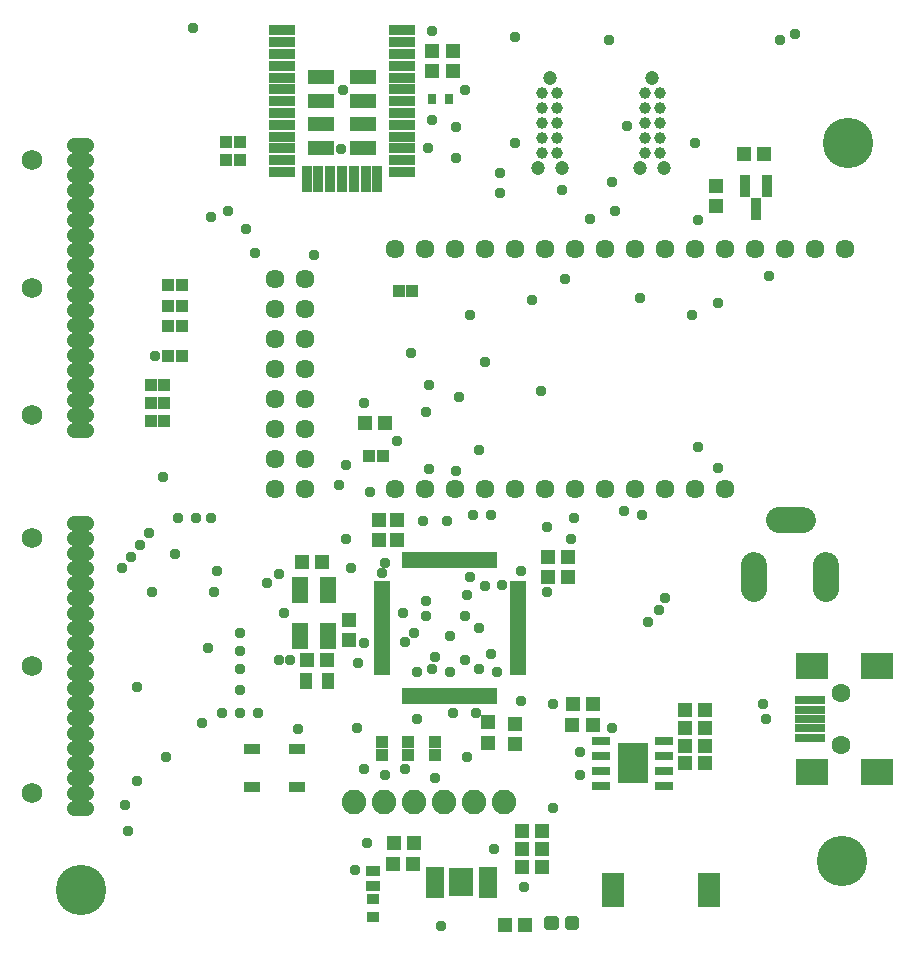
<source format=gbr>
G04 EAGLE Gerber RS-274X export*
G75*
%MOMM*%
%FSLAX34Y34*%
%LPD*%
%INSoldermask Top*%
%IPPOS*%
%AMOC8*
5,1,8,0,0,1.08239X$1,22.5*%
G01*
%ADD10C,4.267200*%
%ADD11C,2.203200*%
%ADD12C,0.505344*%
%ADD13R,1.905000X2.895600*%
%ADD14R,1.303200X1.203200*%
%ADD15C,2.082800*%
%ADD16R,1.536700X0.635000*%
%ADD17R,2.057400X2.362200*%
%ADD18R,1.003197X0.958800*%
%ADD19R,1.143000X0.914400*%
%ADD20R,1.203200X1.303200*%
%ADD21R,1.003200X1.403200*%
%ADD22C,0.990200*%
%ADD23C,1.194200*%
%ADD24R,1.397000X2.209800*%
%ADD25R,1.103200X1.053200*%
%ADD26R,1.053200X1.103200*%
%ADD27C,1.611200*%
%ADD28R,0.812800X1.828800*%
%ADD29R,2.209800X0.914400*%
%ADD30R,0.914400X2.209800*%
%ADD31R,2.209800X1.193800*%
%ADD32R,0.655600X0.952400*%
%ADD33R,1.473200X0.838200*%
%ADD34C,1.270000*%
%ADD35C,1.727200*%
%ADD36R,1.397000X0.508000*%
%ADD37R,0.508000X1.397000*%
%ADD38R,2.514600X0.711200*%
%ADD39R,2.692400X2.209800*%
%ADD40C,1.600200*%
%ADD41R,1.574800X0.685800*%
%ADD42R,2.616200X3.403600*%
%ADD43C,0.959600*%

G36*
X897909Y321773D02*
X897909Y321773D01*
X897911Y321772D01*
X897954Y321792D01*
X897998Y321810D01*
X897998Y321812D01*
X898000Y321813D01*
X898033Y321898D01*
X898033Y341964D01*
X898032Y341966D01*
X898033Y341968D01*
X898013Y342011D01*
X897995Y342055D01*
X897993Y342055D01*
X897992Y342057D01*
X897907Y342090D01*
X885969Y342090D01*
X885967Y342089D01*
X885965Y342090D01*
X885922Y342070D01*
X885878Y342052D01*
X885878Y342050D01*
X885876Y342049D01*
X885843Y341964D01*
X885843Y321898D01*
X885844Y321896D01*
X885843Y321894D01*
X885863Y321851D01*
X885881Y321807D01*
X885883Y321807D01*
X885884Y321805D01*
X885969Y321772D01*
X897907Y321772D01*
X897909Y321773D01*
G37*
G36*
X874033Y321773D02*
X874033Y321773D01*
X874035Y321772D01*
X874078Y321792D01*
X874122Y321810D01*
X874122Y321812D01*
X874124Y321813D01*
X874157Y321898D01*
X874157Y341964D01*
X874156Y341966D01*
X874157Y341968D01*
X874137Y342011D01*
X874119Y342055D01*
X874117Y342055D01*
X874116Y342057D01*
X874031Y342090D01*
X862093Y342090D01*
X862091Y342089D01*
X862089Y342090D01*
X862046Y342070D01*
X862002Y342052D01*
X862002Y342050D01*
X862000Y342049D01*
X861967Y341964D01*
X861967Y321898D01*
X861968Y321896D01*
X861967Y321894D01*
X861987Y321851D01*
X862005Y321807D01*
X862007Y321807D01*
X862008Y321805D01*
X862093Y321772D01*
X874031Y321772D01*
X874033Y321773D01*
G37*
G36*
X897909Y282911D02*
X897909Y282911D01*
X897911Y282910D01*
X897954Y282930D01*
X897998Y282948D01*
X897998Y282950D01*
X898000Y282951D01*
X898033Y283036D01*
X898033Y303102D01*
X898032Y303104D01*
X898033Y303106D01*
X898013Y303149D01*
X897995Y303193D01*
X897993Y303193D01*
X897992Y303195D01*
X897907Y303228D01*
X885969Y303228D01*
X885967Y303227D01*
X885965Y303228D01*
X885922Y303208D01*
X885878Y303190D01*
X885878Y303188D01*
X885876Y303187D01*
X885843Y303102D01*
X885843Y283036D01*
X885844Y283034D01*
X885843Y283032D01*
X885863Y282989D01*
X885881Y282945D01*
X885883Y282945D01*
X885884Y282943D01*
X885969Y282910D01*
X897907Y282910D01*
X897909Y282911D01*
G37*
G36*
X874033Y282911D02*
X874033Y282911D01*
X874035Y282910D01*
X874078Y282930D01*
X874122Y282948D01*
X874122Y282950D01*
X874124Y282951D01*
X874157Y283036D01*
X874157Y303102D01*
X874156Y303104D01*
X874157Y303106D01*
X874137Y303149D01*
X874119Y303193D01*
X874117Y303193D01*
X874116Y303195D01*
X874031Y303228D01*
X862093Y303228D01*
X862091Y303227D01*
X862089Y303228D01*
X862046Y303208D01*
X862002Y303190D01*
X862002Y303188D01*
X862000Y303187D01*
X861967Y303102D01*
X861967Y283036D01*
X861968Y283034D01*
X861967Y283032D01*
X861987Y282989D01*
X862005Y282945D01*
X862007Y282945D01*
X862008Y282943D01*
X862093Y282910D01*
X874031Y282910D01*
X874033Y282911D01*
G37*
D10*
X1332500Y710000D03*
X1327500Y102500D03*
X682500Y77500D03*
D11*
X1252800Y332800D02*
X1252800Y352800D01*
X1313800Y352800D02*
X1313800Y332800D01*
X1293800Y390800D02*
X1273800Y390800D01*
D12*
X1095080Y52990D02*
X1095080Y46010D01*
X1095080Y52990D02*
X1102060Y52990D01*
X1102060Y46010D01*
X1095080Y46010D01*
X1095080Y50810D02*
X1102060Y50810D01*
X1077540Y52990D02*
X1077540Y46010D01*
X1077540Y52990D02*
X1084520Y52990D01*
X1084520Y46010D01*
X1077540Y46010D01*
X1077540Y50810D02*
X1084520Y50810D01*
D13*
X1133187Y77800D03*
X1214213Y77800D03*
D14*
X1211000Y185000D03*
X1194000Y185000D03*
X1099000Y235000D03*
X1116000Y235000D03*
X1098900Y217600D03*
X1115900Y217600D03*
X1058600Y48000D03*
X1041600Y48000D03*
D15*
X1041000Y152300D03*
X1015600Y152300D03*
X990200Y152300D03*
X964800Y152300D03*
X939400Y152300D03*
X914000Y152300D03*
D14*
X1194000Y230000D03*
X1211000Y230000D03*
X1194000Y215000D03*
X1211000Y215000D03*
X1194000Y200000D03*
X1211000Y200000D03*
D16*
X982739Y94150D03*
X982739Y87650D03*
X982739Y81150D03*
X982739Y74650D03*
X1027062Y74650D03*
X1027062Y81150D03*
X1027062Y87650D03*
X1027062Y94150D03*
D17*
X1004900Y84400D03*
D14*
X947000Y100100D03*
X964000Y100100D03*
X947600Y117600D03*
X964600Y117600D03*
X1056500Y97500D03*
X1073500Y97500D03*
X1056500Y112500D03*
X1073500Y112500D03*
X1056500Y127500D03*
X1073500Y127500D03*
D18*
X930000Y54722D03*
X930000Y70278D03*
D19*
X930000Y94231D03*
X930000Y80769D03*
D20*
X950000Y374000D03*
X950000Y391000D03*
D14*
X1078300Y342600D03*
X1095300Y342600D03*
D20*
X1050100Y218600D03*
X1050100Y201600D03*
X935000Y374000D03*
X935000Y391000D03*
X1027400Y219600D03*
X1027400Y202600D03*
D14*
X1095200Y360100D03*
X1078200Y360100D03*
D21*
X891500Y255000D03*
X873500Y255000D03*
D22*
X1160000Y752500D03*
X1160000Y739800D03*
X1160000Y727100D03*
X1160000Y714400D03*
X1160000Y701700D03*
X1172700Y701700D03*
X1172700Y714400D03*
X1172700Y727100D03*
X1172700Y739800D03*
X1172700Y752500D03*
D23*
X1176500Y689000D03*
X1156200Y689000D03*
X1166350Y765200D03*
D24*
X868062Y331931D03*
X868062Y293069D03*
X891938Y293069D03*
X891938Y331931D03*
D14*
X869700Y355300D03*
X886700Y355300D03*
X891000Y272500D03*
X874000Y272500D03*
D25*
X937500Y191700D03*
X937500Y203300D03*
X960000Y191700D03*
X960000Y203300D03*
X982500Y191700D03*
X982500Y203300D03*
D26*
X741700Y475000D03*
X753300Y475000D03*
X938300Y445000D03*
X926700Y445000D03*
X756700Y530000D03*
X768300Y530000D03*
X756700Y572500D03*
X768300Y572500D03*
X756700Y590000D03*
X768300Y590000D03*
X805600Y696200D03*
X817200Y696200D03*
X805600Y711400D03*
X817200Y711400D03*
X753300Y490000D03*
X741700Y490000D03*
X753300Y505000D03*
X741700Y505000D03*
X768300Y555000D03*
X756700Y555000D03*
D27*
X1330000Y620300D03*
X1304600Y620300D03*
X1279200Y620300D03*
X1253800Y620300D03*
X1228400Y620300D03*
X1203000Y620300D03*
X1177600Y620300D03*
X1152200Y620300D03*
X1126800Y620300D03*
X1101400Y620300D03*
X1076000Y620300D03*
X1050600Y620300D03*
X1025200Y620300D03*
X999800Y620300D03*
X974400Y620300D03*
X949000Y620300D03*
X949000Y417100D03*
X974400Y417100D03*
X999800Y417100D03*
X1025200Y417100D03*
X1050600Y417100D03*
X1076000Y417100D03*
X1101400Y417100D03*
X1126800Y417100D03*
X1152200Y417100D03*
X1177600Y417100D03*
X1203000Y417100D03*
X872800Y594900D03*
X872800Y569500D03*
X872800Y544100D03*
X872800Y518700D03*
X872800Y493300D03*
X872800Y467900D03*
X872800Y442500D03*
X872800Y417100D03*
X847400Y594900D03*
X847400Y569500D03*
X847400Y544100D03*
X847400Y518700D03*
X847400Y493300D03*
X847400Y467900D03*
X847400Y442500D03*
X847400Y417100D03*
X1228400Y417100D03*
D28*
X1263450Y674206D03*
X1245150Y674206D03*
X1254300Y654394D03*
D20*
X1220000Y673500D03*
X1220000Y656500D03*
D14*
X940100Y473500D03*
X923100Y473500D03*
X1244300Y701000D03*
X1261300Y701000D03*
D29*
X852800Y805600D03*
X852800Y795600D03*
X852800Y785600D03*
X852800Y775600D03*
X852800Y765600D03*
X852800Y755600D03*
X852800Y745600D03*
X852800Y735600D03*
X852800Y725600D03*
X852800Y715600D03*
X852800Y705600D03*
X852800Y695600D03*
X852800Y685600D03*
D30*
X873800Y680100D03*
X883800Y680100D03*
X893800Y680100D03*
X903800Y680100D03*
X913800Y680100D03*
X923800Y680100D03*
X933800Y680100D03*
D31*
X886299Y766069D03*
D29*
X954800Y685600D03*
X954800Y695600D03*
X954800Y705600D03*
X954800Y715600D03*
X954800Y725600D03*
X954800Y735600D03*
X954800Y745600D03*
X954800Y755600D03*
X954800Y765600D03*
X954800Y775600D03*
X954800Y785600D03*
X954800Y795600D03*
X954800Y805600D03*
D31*
X886299Y746069D03*
X886299Y726069D03*
X886299Y706069D03*
X921301Y766069D03*
X921301Y746069D03*
X921301Y726069D03*
X921301Y706069D03*
D32*
X980238Y747500D03*
X994762Y747500D03*
D20*
X997500Y771500D03*
X997500Y788500D03*
X980000Y771500D03*
X980000Y788500D03*
D22*
X1073500Y752500D03*
X1073500Y739800D03*
X1073500Y727100D03*
X1073500Y714400D03*
X1073500Y701700D03*
X1086200Y701700D03*
X1086200Y714400D03*
X1086200Y727100D03*
X1086200Y739800D03*
X1086200Y752500D03*
D23*
X1090000Y689000D03*
X1069700Y689000D03*
X1079850Y765200D03*
D33*
X827801Y197456D03*
X827801Y164944D03*
X865799Y164944D03*
X865799Y197456D03*
D34*
X687234Y467100D02*
X676566Y467100D01*
X676566Y479800D02*
X687234Y479800D01*
X687234Y492500D02*
X676566Y492500D01*
X676566Y505200D02*
X687234Y505200D01*
X687234Y517900D02*
X676566Y517900D01*
X676566Y530600D02*
X687234Y530600D01*
X687234Y543300D02*
X676566Y543300D01*
X676566Y556000D02*
X687234Y556000D01*
X687234Y568700D02*
X676566Y568700D01*
X676566Y581400D02*
X687234Y581400D01*
X687234Y594100D02*
X676566Y594100D01*
X676566Y606800D02*
X687234Y606800D01*
X687234Y619500D02*
X676566Y619500D01*
X676566Y632200D02*
X687234Y632200D01*
X687234Y644900D02*
X676566Y644900D01*
X676566Y657600D02*
X687234Y657600D01*
X687234Y670300D02*
X676566Y670300D01*
X676566Y683000D02*
X687234Y683000D01*
X687234Y695700D02*
X676566Y695700D01*
X676566Y708400D02*
X687234Y708400D01*
D35*
X641260Y479800D03*
X641260Y695700D03*
X641260Y587750D03*
D34*
X676566Y146900D02*
X687234Y146900D01*
X687234Y159600D02*
X676566Y159600D01*
X676566Y172300D02*
X687234Y172300D01*
X687234Y185000D02*
X676566Y185000D01*
X676566Y197700D02*
X687234Y197700D01*
X687234Y210400D02*
X676566Y210400D01*
X676566Y223100D02*
X687234Y223100D01*
X687234Y235800D02*
X676566Y235800D01*
X676566Y248500D02*
X687234Y248500D01*
X687234Y261200D02*
X676566Y261200D01*
X676566Y273900D02*
X687234Y273900D01*
X687234Y286600D02*
X676566Y286600D01*
X676566Y299300D02*
X687234Y299300D01*
X687234Y312000D02*
X676566Y312000D01*
X676566Y324700D02*
X687234Y324700D01*
X687234Y337400D02*
X676566Y337400D01*
X676566Y350100D02*
X687234Y350100D01*
X687234Y362800D02*
X676566Y362800D01*
X676566Y375500D02*
X687234Y375500D01*
X687234Y388200D02*
X676566Y388200D01*
D35*
X641260Y159600D03*
X641260Y375500D03*
X641260Y267550D03*
D26*
X951700Y585000D03*
X963300Y585000D03*
D36*
X937500Y337000D03*
X937500Y332000D03*
X937500Y327000D03*
X937500Y322000D03*
X937500Y317000D03*
X937500Y312000D03*
X937500Y307000D03*
X937500Y302000D03*
X937500Y297000D03*
X937500Y292000D03*
X937500Y287000D03*
X937500Y282000D03*
X937500Y277000D03*
X937500Y272000D03*
X937500Y267000D03*
X937500Y262000D03*
D37*
X957500Y242000D03*
X962500Y242000D03*
X967500Y242000D03*
X972500Y242000D03*
X977500Y242000D03*
X982500Y242000D03*
X987500Y242000D03*
X992500Y242000D03*
X997500Y242000D03*
X1002500Y242000D03*
X1007500Y242000D03*
X1012500Y242000D03*
X1017500Y242000D03*
X1022500Y242000D03*
X1027500Y242000D03*
X1032500Y242000D03*
D36*
X1052500Y262000D03*
X1052500Y267000D03*
X1052500Y272000D03*
X1052500Y277000D03*
X1052500Y282000D03*
X1052500Y287000D03*
X1052500Y292000D03*
X1052500Y297000D03*
X1052500Y302000D03*
X1052500Y307000D03*
X1052500Y312000D03*
X1052500Y317000D03*
X1052500Y322000D03*
X1052500Y327000D03*
X1052500Y332000D03*
X1052500Y337000D03*
D37*
X1032500Y357000D03*
X1027500Y357000D03*
X1022500Y357000D03*
X1017500Y357000D03*
X1012500Y357000D03*
X1007500Y357000D03*
X1002500Y357000D03*
X997500Y357000D03*
X992500Y357000D03*
X987500Y357000D03*
X982500Y357000D03*
X977500Y357000D03*
X972500Y357000D03*
X967500Y357000D03*
X962500Y357000D03*
X957500Y357000D03*
D20*
X910000Y289000D03*
X910000Y306000D03*
D38*
X1300390Y206500D03*
X1300390Y214500D03*
X1300390Y222500D03*
X1300390Y230500D03*
X1300390Y238500D03*
D39*
X1301342Y178000D03*
X1301342Y267000D03*
X1356450Y178000D03*
X1356450Y267000D03*
D40*
X1326458Y200402D03*
X1326458Y244598D03*
D41*
X1123330Y204050D03*
X1123330Y191350D03*
X1123330Y178650D03*
X1123330Y165950D03*
X1176670Y165950D03*
X1176670Y178650D03*
X1176670Y191350D03*
X1176670Y204050D03*
D42*
X1150000Y185000D03*
D43*
X777500Y807500D03*
X855000Y312500D03*
X1097500Y375170D03*
X911194Y350000D03*
X900972Y420464D03*
X1145000Y725000D03*
X1132500Y215000D03*
X1038806Y336250D03*
X902500Y705000D03*
X1035000Y262500D03*
X980000Y805000D03*
X860000Y272500D03*
X1260000Y235000D03*
X1262500Y222500D03*
X1172500Y315000D03*
X1177500Y325000D03*
X1162500Y305000D03*
X1032500Y112500D03*
X1057492Y80142D03*
X1082500Y147500D03*
X1082500Y235000D03*
X1205000Y452500D03*
X1222500Y435000D03*
X1050000Y800000D03*
X1130000Y797500D03*
X1287500Y802500D03*
X1275000Y797500D03*
X1105000Y175000D03*
X1105000Y195000D03*
X957500Y180000D03*
X927500Y415000D03*
X922500Y490000D03*
X975000Y482500D03*
X1222500Y575000D03*
X850000Y272500D03*
X785000Y218806D03*
X987500Y47500D03*
X925000Y117500D03*
X915000Y95000D03*
X995000Y292500D03*
X967500Y222500D03*
X1072500Y500000D03*
X1055000Y237500D03*
X917500Y270000D03*
X938006Y345912D03*
X1000000Y723694D03*
X1077500Y330000D03*
X1077500Y385000D03*
X940000Y175000D03*
X950000Y457500D03*
X905000Y755000D03*
X1007500Y755000D03*
X977500Y505000D03*
X1000000Y697500D03*
X1090000Y670000D03*
X1132500Y677500D03*
X1065000Y577500D03*
X1156250Y578750D03*
X1037500Y667500D03*
X1202500Y710000D03*
X1012500Y565000D03*
X1200000Y565000D03*
X955000Y312500D03*
X730000Y250000D03*
X730000Y170000D03*
X982500Y172500D03*
X817500Y247500D03*
X967500Y262500D03*
X817500Y265000D03*
X965000Y295000D03*
X922500Y286870D03*
X817500Y280000D03*
X817500Y295000D03*
X957500Y287500D03*
X817500Y227500D03*
X995000Y262500D03*
X832500Y227500D03*
X997500Y227500D03*
X742500Y330000D03*
X850000Y345000D03*
X940000Y355000D03*
X717500Y350000D03*
X907500Y375000D03*
X1007500Y310000D03*
X790000Y282500D03*
X1010000Y327500D03*
X795000Y330000D03*
X1020000Y300000D03*
X980000Y265000D03*
X752500Y427500D03*
X1000000Y432500D03*
X992500Y390000D03*
X1020000Y450000D03*
X907500Y437500D03*
X977500Y433806D03*
X762500Y362500D03*
X1020000Y265000D03*
X1142276Y398694D03*
X792500Y392500D03*
X797500Y347500D03*
X1030000Y277500D03*
X1135000Y652500D03*
X807500Y652556D03*
X1113750Y646250D03*
X792500Y647500D03*
X1100000Y392500D03*
X725000Y360000D03*
X1055000Y347500D03*
X732500Y370000D03*
X1030000Y395000D03*
X780000Y392500D03*
X1015000Y395000D03*
X1002500Y495000D03*
X866250Y213750D03*
X916194Y215000D03*
X1205000Y645000D03*
X976250Y706250D03*
X1037500Y685000D03*
X980000Y730000D03*
X1050000Y710000D03*
X982500Y275000D03*
X922500Y180000D03*
X1092500Y595000D03*
X1265000Y597500D03*
X720000Y150000D03*
X1010000Y190000D03*
X755000Y190000D03*
X1017398Y227602D03*
X740000Y380000D03*
X972500Y390000D03*
X962500Y532500D03*
X745000Y530000D03*
X1012500Y342500D03*
X1025000Y335000D03*
X722500Y127500D03*
X1007500Y272500D03*
X975000Y322500D03*
X880000Y615000D03*
X822500Y637500D03*
X830000Y617500D03*
X1157500Y395000D03*
X765000Y392500D03*
X802500Y227500D03*
X840000Y337500D03*
X975000Y310000D03*
X1025000Y525000D03*
M02*

</source>
